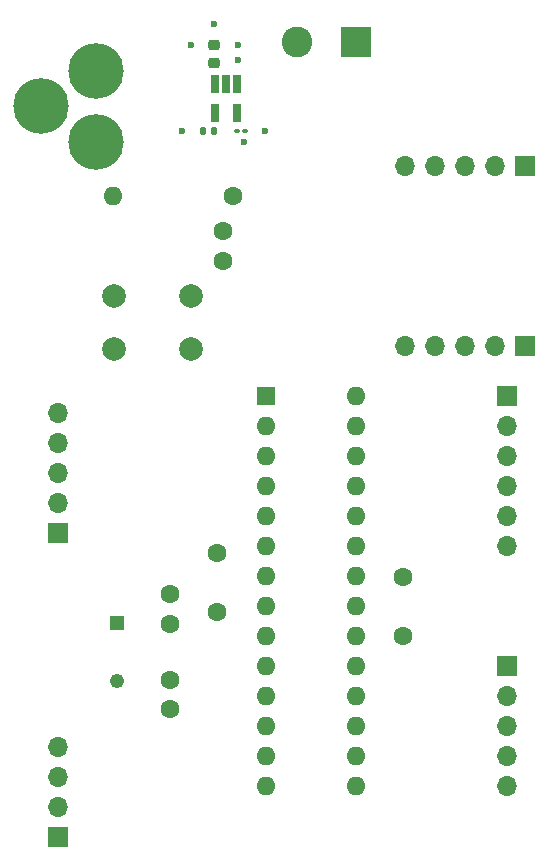
<source format=gts>
G04 #@! TF.GenerationSoftware,KiCad,Pcbnew,8.0.4*
G04 #@! TF.CreationDate,2024-11-21T22:47:59-05:00*
G04 #@! TF.ProjectId,MCU_ATMEGA328p_minimum,4d43555f-4154-44d4-9547-41333238705f,rev?*
G04 #@! TF.SameCoordinates,Original*
G04 #@! TF.FileFunction,Soldermask,Top*
G04 #@! TF.FilePolarity,Negative*
%FSLAX46Y46*%
G04 Gerber Fmt 4.6, Leading zero omitted, Abs format (unit mm)*
G04 Created by KiCad (PCBNEW 8.0.4) date 2024-11-21 22:47:59*
%MOMM*%
%LPD*%
G01*
G04 APERTURE LIST*
G04 Aperture macros list*
%AMRoundRect*
0 Rectangle with rounded corners*
0 $1 Rounding radius*
0 $2 $3 $4 $5 $6 $7 $8 $9 X,Y pos of 4 corners*
0 Add a 4 corners polygon primitive as box body*
4,1,4,$2,$3,$4,$5,$6,$7,$8,$9,$2,$3,0*
0 Add four circle primitives for the rounded corners*
1,1,$1+$1,$2,$3*
1,1,$1+$1,$4,$5*
1,1,$1+$1,$6,$7*
1,1,$1+$1,$8,$9*
0 Add four rect primitives between the rounded corners*
20,1,$1+$1,$2,$3,$4,$5,0*
20,1,$1+$1,$4,$5,$6,$7,0*
20,1,$1+$1,$6,$7,$8,$9,0*
20,1,$1+$1,$8,$9,$2,$3,0*%
G04 Aperture macros list end*
%ADD10RoundRect,0.100000X-0.130000X-0.100000X0.130000X-0.100000X0.130000X0.100000X-0.130000X0.100000X0*%
%ADD11R,1.700000X1.700000*%
%ADD12O,1.700000X1.700000*%
%ADD13C,4.704000*%
%ADD14C,1.600000*%
%ADD15R,2.600000X2.600000*%
%ADD16C,2.600000*%
%ADD17R,1.600000X1.600000*%
%ADD18O,1.600000X1.600000*%
%ADD19RoundRect,0.225000X0.250000X-0.225000X0.250000X0.225000X-0.250000X0.225000X-0.250000X-0.225000X0*%
%ADD20RoundRect,0.102000X0.275000X0.650000X-0.275000X0.650000X-0.275000X-0.650000X0.275000X-0.650000X0*%
%ADD21C,2.000000*%
%ADD22RoundRect,0.140000X0.140000X0.170000X-0.140000X0.170000X-0.140000X-0.170000X0.140000X-0.170000X0*%
%ADD23R,1.219200X1.219200*%
%ADD24C,1.219200*%
%ADD25C,0.600000*%
G04 APERTURE END LIST*
D10*
X96430000Y-50025000D03*
X97070000Y-50025000D03*
D11*
X120825000Y-53000000D03*
D12*
X118285000Y-53000000D03*
X115745000Y-53000000D03*
X113205000Y-53000000D03*
X110665000Y-53000000D03*
D13*
X84500000Y-50950000D03*
X84500000Y-44950000D03*
X79800000Y-47950000D03*
D11*
X120825000Y-68250000D03*
D12*
X118285000Y-68250000D03*
X115745000Y-68250000D03*
X113205000Y-68250000D03*
X110665000Y-68250000D03*
D14*
X90750000Y-96500000D03*
X90750000Y-99000000D03*
D11*
X119250000Y-72460000D03*
D12*
X119250000Y-75000000D03*
X119250000Y-77540000D03*
X119250000Y-80080000D03*
X119250000Y-82620000D03*
X119250000Y-85160000D03*
D15*
X106500000Y-42500000D03*
D16*
X101500000Y-42500000D03*
D17*
X98880000Y-72480000D03*
D18*
X98880000Y-75020000D03*
X98880000Y-77560000D03*
X98880000Y-80100000D03*
X98880000Y-82640000D03*
X98880000Y-85180000D03*
X98880000Y-87720000D03*
X98880000Y-90260000D03*
X98880000Y-92800000D03*
X98880000Y-95340000D03*
X98880000Y-97880000D03*
X98880000Y-100420000D03*
X98880000Y-102960000D03*
X98880000Y-105500000D03*
X106500000Y-105500000D03*
X106500000Y-102960000D03*
X106500000Y-100420000D03*
X106500000Y-97880000D03*
X106500000Y-95340000D03*
X106500000Y-92800000D03*
X106500000Y-90260000D03*
X106500000Y-87720000D03*
X106500000Y-85180000D03*
X106500000Y-82640000D03*
X106500000Y-80100000D03*
X106500000Y-77560000D03*
X106500000Y-75020000D03*
X106500000Y-72480000D03*
D19*
X94500000Y-44300000D03*
X94500000Y-42750000D03*
D20*
X96450000Y-46025000D03*
X95500000Y-46025000D03*
X94550000Y-46025000D03*
X94550000Y-48525000D03*
X96450000Y-48525000D03*
D11*
X81250000Y-109830000D03*
D12*
X81250000Y-107290000D03*
X81250000Y-104750000D03*
X81250000Y-102210000D03*
D14*
X94750000Y-85750000D03*
X94750000Y-90750000D03*
X90750000Y-91750000D03*
X90750000Y-89250000D03*
D21*
X86000000Y-64000000D03*
X92500000Y-64000000D03*
X86000000Y-68500000D03*
X92500000Y-68500000D03*
D22*
X94480000Y-50025000D03*
X93520000Y-50025000D03*
D14*
X110500000Y-92750000D03*
X110500000Y-87750000D03*
X96080000Y-55500000D03*
D18*
X85920000Y-55500000D03*
D11*
X119250000Y-95340000D03*
D12*
X119250000Y-97880000D03*
X119250000Y-100420000D03*
X119250000Y-102960000D03*
X119250000Y-105500000D03*
D23*
X86250000Y-91696600D03*
D24*
X86250000Y-96573400D03*
D11*
X81250000Y-84080000D03*
D12*
X81250000Y-81540000D03*
X81250000Y-79000000D03*
X81250000Y-76460000D03*
X81250000Y-73920000D03*
D14*
X95250000Y-61000000D03*
X95250000Y-58500000D03*
D25*
X97000000Y-51000000D03*
X94500000Y-41000000D03*
X96500000Y-44000000D03*
X91750000Y-50000000D03*
X92500000Y-42750000D03*
X96500000Y-42750000D03*
X98750000Y-50000000D03*
M02*

</source>
